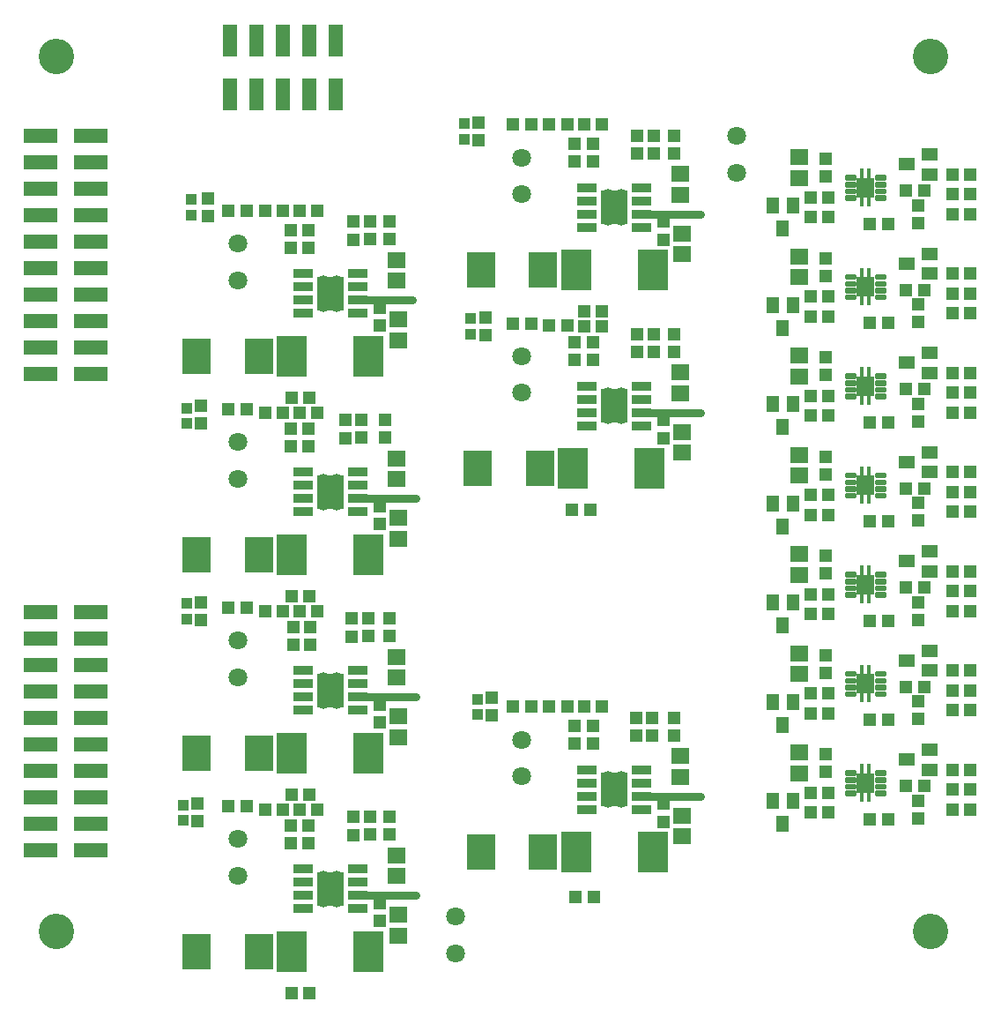
<source format=gbr>
G04 EAGLE Gerber RS-274X export*
G75*
%MOMM*%
%FSLAX34Y34*%
%LPD*%
%INSoldermask Top*%
%IPPOS*%
%AMOC8*
5,1,8,0,0,1.08239X$1,22.5*%
G01*
%ADD10C,0.762000*%
%ADD11C,3.403200*%
%ADD12R,3.251200X1.473200*%
%ADD13R,1.473200X3.124200*%
%ADD14R,1.981200X0.812800*%
%ADD15R,2.603200X3.303200*%
%ADD16C,1.011200*%
%ADD17R,1.303200X1.203200*%
%ADD18R,1.283200X1.253200*%
%ADD19R,1.803200X1.503200*%
%ADD20R,1.253200X1.283200*%
%ADD21R,1.203200X1.303200*%
%ADD22R,3.003200X4.003200*%
%ADD23C,1.803200*%
%ADD24R,2.703200X3.453200*%
%ADD25C,0.229275*%
%ADD26R,1.703200X1.953200*%
%ADD27R,0.433200X1.028200*%
%ADD28R,1.203200X1.603200*%
%ADD29R,1.603200X1.203200*%
%ADD30R,1.003200X1.003200*%


D10*
X368300Y685800D02*
X422275Y685800D01*
X425450Y495300D02*
X371475Y495300D01*
X371475Y304800D02*
X425450Y304800D01*
X425450Y114300D02*
X371475Y114300D01*
X644525Y209550D02*
X698500Y209550D01*
X698500Y577850D02*
X644525Y577850D01*
X644525Y768350D02*
X698500Y768350D01*
D11*
X80000Y920000D03*
X80000Y80000D03*
X920000Y80000D03*
X920000Y920000D03*
D12*
X64770Y843540D03*
X113030Y843540D03*
X64770Y818140D03*
X113030Y818140D03*
X64770Y792740D03*
X113030Y792740D03*
X64770Y767340D03*
X113030Y767340D03*
X64770Y741940D03*
X113030Y741940D03*
X64770Y716540D03*
X113030Y716540D03*
X64770Y691140D03*
X113030Y691140D03*
X64770Y665740D03*
X113030Y665740D03*
X64770Y640340D03*
X113030Y640340D03*
X64770Y614940D03*
X113030Y614940D03*
D13*
X348320Y883183D03*
X348320Y934618D03*
X322920Y883183D03*
X322920Y934618D03*
X297520Y883183D03*
X297520Y934618D03*
X272120Y883183D03*
X272120Y934618D03*
X246720Y883183D03*
X246720Y934618D03*
D12*
X113030Y157200D03*
X64770Y157200D03*
X113030Y182600D03*
X64770Y182600D03*
X113030Y208000D03*
X64770Y208000D03*
X113030Y233400D03*
X64770Y233400D03*
X113030Y258800D03*
X64770Y258800D03*
X113030Y284200D03*
X64770Y284200D03*
X113030Y309600D03*
X64770Y309600D03*
X113030Y335000D03*
X64770Y335000D03*
X113030Y360400D03*
X64770Y360400D03*
X113030Y385800D03*
X64770Y385800D03*
D14*
X369146Y673100D03*
X369146Y685800D03*
X369146Y698500D03*
X369146Y711200D03*
X316654Y711200D03*
X316654Y698500D03*
X316654Y685800D03*
X316654Y673100D03*
D15*
X342900Y692150D03*
D16*
X349250Y679450D03*
X336550Y679450D03*
X349250Y692150D03*
X336550Y692150D03*
X349250Y704850D03*
X336550Y704850D03*
D17*
X381000Y743975D03*
X381000Y760975D03*
X400050Y760975D03*
X400050Y743975D03*
X304800Y736038D03*
X304800Y753038D03*
X322263Y753038D03*
X322263Y736038D03*
D18*
X365125Y743725D03*
X365125Y761225D03*
D19*
X406400Y704375D03*
X406400Y724375D03*
X407988Y667225D03*
X407988Y647225D03*
D18*
X390525Y678675D03*
X390525Y661175D03*
D20*
X280175Y771525D03*
X297675Y771525D03*
X262750Y771525D03*
X245250Y771525D03*
D21*
X313763Y771525D03*
X330763Y771525D03*
D22*
X305900Y631825D03*
X379900Y631825D03*
D20*
X323075Y592138D03*
X305575Y592138D03*
D23*
X254000Y704813D03*
X254000Y739813D03*
D24*
X274475Y631825D03*
X214475Y631825D03*
D25*
X867430Y690270D02*
X875770Y690270D01*
X875770Y687230D01*
X867430Y687230D01*
X867430Y690270D01*
X867430Y689408D02*
X875770Y689408D01*
X875770Y696770D02*
X867430Y696770D01*
X875770Y696770D02*
X875770Y693730D01*
X867430Y693730D01*
X867430Y696770D01*
X867430Y695908D02*
X875770Y695908D01*
X875770Y703270D02*
X867430Y703270D01*
X875770Y703270D02*
X875770Y700230D01*
X867430Y700230D01*
X867430Y703270D01*
X867430Y702408D02*
X875770Y702408D01*
X875770Y709770D02*
X867430Y709770D01*
X875770Y709770D02*
X875770Y706730D01*
X867430Y706730D01*
X867430Y709770D01*
X867430Y708908D02*
X875770Y708908D01*
X847070Y706730D02*
X838730Y706730D01*
X838730Y709770D01*
X847070Y709770D01*
X847070Y706730D01*
X847070Y708908D02*
X838730Y708908D01*
X838730Y700230D02*
X847070Y700230D01*
X838730Y700230D02*
X838730Y703270D01*
X847070Y703270D01*
X847070Y700230D01*
X847070Y702408D02*
X838730Y702408D01*
X838730Y693730D02*
X847070Y693730D01*
X838730Y693730D02*
X838730Y696770D01*
X847070Y696770D01*
X847070Y693730D01*
X847070Y695908D02*
X838730Y695908D01*
X838730Y687230D02*
X847070Y687230D01*
X838730Y687230D02*
X838730Y690270D01*
X847070Y690270D01*
X847070Y687230D01*
X847070Y689408D02*
X838730Y689408D01*
D26*
X857250Y698500D03*
D27*
X860500Y685625D03*
X854000Y685625D03*
X860500Y711375D03*
X854000Y711375D03*
D28*
X777875Y658925D03*
X768375Y680925D03*
X787375Y680925D03*
D21*
X821300Y688975D03*
X804300Y688975D03*
D19*
X793750Y707550D03*
X793750Y727550D03*
D21*
X804300Y669925D03*
X821300Y669925D03*
D29*
X897050Y720725D03*
X919050Y730225D03*
X919050Y711225D03*
D21*
X957825Y673100D03*
X940825Y673100D03*
D20*
X940575Y711200D03*
X958075Y711200D03*
X896125Y695325D03*
X913625Y695325D03*
D17*
X908050Y681600D03*
X908050Y664600D03*
X819150Y709050D03*
X819150Y726050D03*
D21*
X957825Y692150D03*
X940825Y692150D03*
D20*
X878700Y663575D03*
X861200Y663575D03*
D14*
X642196Y565150D03*
X642196Y577850D03*
X642196Y590550D03*
X642196Y603250D03*
X589704Y603250D03*
X589704Y590550D03*
X589704Y577850D03*
X589704Y565150D03*
D15*
X615950Y584200D03*
D16*
X622300Y571500D03*
X609600Y571500D03*
X622300Y584200D03*
X609600Y584200D03*
X622300Y596900D03*
X609600Y596900D03*
D17*
X654050Y636025D03*
X654050Y653025D03*
X673100Y653025D03*
X673100Y636025D03*
X577850Y628088D03*
X577850Y645088D03*
X595313Y645088D03*
X595313Y628088D03*
D18*
X638175Y635775D03*
X638175Y653275D03*
D19*
X679450Y596425D03*
X679450Y616425D03*
X681038Y559275D03*
X681038Y539275D03*
D18*
X663575Y570725D03*
X663575Y553225D03*
D20*
X553225Y661670D03*
X570725Y661670D03*
X535800Y662940D03*
X518300Y662940D03*
D21*
X586813Y660400D03*
X603813Y660400D03*
D22*
X575775Y523875D03*
X649775Y523875D03*
D20*
X592950Y484188D03*
X575450Y484188D03*
D23*
X527050Y596863D03*
X527050Y631863D03*
D24*
X544350Y523875D03*
X484350Y523875D03*
D25*
X867430Y595020D02*
X875770Y595020D01*
X875770Y591980D01*
X867430Y591980D01*
X867430Y595020D01*
X867430Y594158D02*
X875770Y594158D01*
X875770Y601520D02*
X867430Y601520D01*
X875770Y601520D02*
X875770Y598480D01*
X867430Y598480D01*
X867430Y601520D01*
X867430Y600658D02*
X875770Y600658D01*
X875770Y608020D02*
X867430Y608020D01*
X875770Y608020D02*
X875770Y604980D01*
X867430Y604980D01*
X867430Y608020D01*
X867430Y607158D02*
X875770Y607158D01*
X875770Y614520D02*
X867430Y614520D01*
X875770Y614520D02*
X875770Y611480D01*
X867430Y611480D01*
X867430Y614520D01*
X867430Y613658D02*
X875770Y613658D01*
X847070Y611480D02*
X838730Y611480D01*
X838730Y614520D01*
X847070Y614520D01*
X847070Y611480D01*
X847070Y613658D02*
X838730Y613658D01*
X838730Y604980D02*
X847070Y604980D01*
X838730Y604980D02*
X838730Y608020D01*
X847070Y608020D01*
X847070Y604980D01*
X847070Y607158D02*
X838730Y607158D01*
X838730Y598480D02*
X847070Y598480D01*
X838730Y598480D02*
X838730Y601520D01*
X847070Y601520D01*
X847070Y598480D01*
X847070Y600658D02*
X838730Y600658D01*
X838730Y591980D02*
X847070Y591980D01*
X838730Y591980D02*
X838730Y595020D01*
X847070Y595020D01*
X847070Y591980D01*
X847070Y594158D02*
X838730Y594158D01*
D26*
X857250Y603250D03*
D27*
X860500Y590375D03*
X854000Y590375D03*
X860500Y616125D03*
X854000Y616125D03*
D28*
X777875Y563675D03*
X768375Y585675D03*
X787375Y585675D03*
D21*
X821300Y593725D03*
X804300Y593725D03*
D19*
X793750Y612300D03*
X793750Y632300D03*
D21*
X804300Y574675D03*
X821300Y574675D03*
D29*
X897050Y625475D03*
X919050Y634975D03*
X919050Y615975D03*
D21*
X957825Y577850D03*
X940825Y577850D03*
D20*
X940575Y615950D03*
X958075Y615950D03*
X896125Y600075D03*
X913625Y600075D03*
D17*
X908050Y586350D03*
X908050Y569350D03*
X819150Y613800D03*
X819150Y630800D03*
D21*
X957825Y596900D03*
X940825Y596900D03*
D20*
X878700Y568325D03*
X861200Y568325D03*
D14*
X369146Y482600D03*
X369146Y495300D03*
X369146Y508000D03*
X369146Y520700D03*
X316654Y520700D03*
X316654Y508000D03*
X316654Y495300D03*
X316654Y482600D03*
D15*
X342900Y501650D03*
D16*
X349250Y488950D03*
X336550Y488950D03*
X349250Y501650D03*
X336550Y501650D03*
X349250Y514350D03*
X336550Y514350D03*
D17*
X373063Y553475D03*
X373063Y570475D03*
X395288Y570475D03*
X395288Y553475D03*
X304800Y545538D03*
X304800Y562538D03*
X322263Y562538D03*
X322263Y545538D03*
D18*
X357188Y553225D03*
X357188Y570725D03*
D19*
X406400Y513875D03*
X406400Y533875D03*
X407988Y476725D03*
X407988Y456725D03*
D18*
X390525Y488175D03*
X390525Y470675D03*
D20*
X280175Y577850D03*
X297675Y577850D03*
X262750Y581025D03*
X245250Y581025D03*
D21*
X313763Y577850D03*
X330763Y577850D03*
D22*
X305900Y441325D03*
X379900Y441325D03*
D20*
X323075Y401638D03*
X305575Y401638D03*
D23*
X254000Y514313D03*
X254000Y549313D03*
D24*
X274475Y441325D03*
X214475Y441325D03*
D25*
X867430Y499770D02*
X875770Y499770D01*
X875770Y496730D01*
X867430Y496730D01*
X867430Y499770D01*
X867430Y498908D02*
X875770Y498908D01*
X875770Y506270D02*
X867430Y506270D01*
X875770Y506270D02*
X875770Y503230D01*
X867430Y503230D01*
X867430Y506270D01*
X867430Y505408D02*
X875770Y505408D01*
X875770Y512770D02*
X867430Y512770D01*
X875770Y512770D02*
X875770Y509730D01*
X867430Y509730D01*
X867430Y512770D01*
X867430Y511908D02*
X875770Y511908D01*
X875770Y519270D02*
X867430Y519270D01*
X875770Y519270D02*
X875770Y516230D01*
X867430Y516230D01*
X867430Y519270D01*
X867430Y518408D02*
X875770Y518408D01*
X847070Y516230D02*
X838730Y516230D01*
X838730Y519270D01*
X847070Y519270D01*
X847070Y516230D01*
X847070Y518408D02*
X838730Y518408D01*
X838730Y509730D02*
X847070Y509730D01*
X838730Y509730D02*
X838730Y512770D01*
X847070Y512770D01*
X847070Y509730D01*
X847070Y511908D02*
X838730Y511908D01*
X838730Y503230D02*
X847070Y503230D01*
X838730Y503230D02*
X838730Y506270D01*
X847070Y506270D01*
X847070Y503230D01*
X847070Y505408D02*
X838730Y505408D01*
X838730Y496730D02*
X847070Y496730D01*
X838730Y496730D02*
X838730Y499770D01*
X847070Y499770D01*
X847070Y496730D01*
X847070Y498908D02*
X838730Y498908D01*
D26*
X857250Y508000D03*
D27*
X860500Y495125D03*
X854000Y495125D03*
X860500Y520875D03*
X854000Y520875D03*
D28*
X777875Y468425D03*
X768375Y490425D03*
X787375Y490425D03*
D21*
X821300Y498475D03*
X804300Y498475D03*
D19*
X793750Y517050D03*
X793750Y537050D03*
D21*
X804300Y479425D03*
X821300Y479425D03*
D29*
X897050Y530225D03*
X919050Y539725D03*
X919050Y520725D03*
D21*
X957825Y482600D03*
X940825Y482600D03*
D20*
X940575Y520700D03*
X958075Y520700D03*
X896125Y504825D03*
X913625Y504825D03*
D17*
X908050Y491100D03*
X908050Y474100D03*
X819150Y518550D03*
X819150Y535550D03*
D21*
X957825Y501650D03*
X940825Y501650D03*
D20*
X878700Y473075D03*
X861200Y473075D03*
D14*
X369146Y292100D03*
X369146Y304800D03*
X369146Y317500D03*
X369146Y330200D03*
X316654Y330200D03*
X316654Y317500D03*
X316654Y304800D03*
X316654Y292100D03*
D15*
X342900Y311150D03*
D16*
X349250Y298450D03*
X336550Y298450D03*
X349250Y311150D03*
X336550Y311150D03*
X349250Y323850D03*
X336550Y323850D03*
D17*
X379413Y362975D03*
X379413Y379975D03*
X400050Y379975D03*
X400050Y362975D03*
X307975Y355038D03*
X307975Y372038D03*
X323850Y372038D03*
X323850Y355038D03*
D18*
X363538Y362725D03*
X363538Y380225D03*
D19*
X406400Y323375D03*
X406400Y343375D03*
X407988Y286225D03*
X407988Y266225D03*
D18*
X390525Y297675D03*
X390525Y280175D03*
D20*
X280175Y387350D03*
X297675Y387350D03*
X262750Y390525D03*
X245250Y390525D03*
D21*
X313763Y387350D03*
X330763Y387350D03*
D22*
X305900Y250825D03*
X379900Y250825D03*
D20*
X323075Y211138D03*
X305575Y211138D03*
D23*
X254000Y323813D03*
X254000Y358813D03*
D24*
X274475Y250825D03*
X214475Y250825D03*
D25*
X867430Y404520D02*
X875770Y404520D01*
X875770Y401480D01*
X867430Y401480D01*
X867430Y404520D01*
X867430Y403658D02*
X875770Y403658D01*
X875770Y411020D02*
X867430Y411020D01*
X875770Y411020D02*
X875770Y407980D01*
X867430Y407980D01*
X867430Y411020D01*
X867430Y410158D02*
X875770Y410158D01*
X875770Y417520D02*
X867430Y417520D01*
X875770Y417520D02*
X875770Y414480D01*
X867430Y414480D01*
X867430Y417520D01*
X867430Y416658D02*
X875770Y416658D01*
X875770Y424020D02*
X867430Y424020D01*
X875770Y424020D02*
X875770Y420980D01*
X867430Y420980D01*
X867430Y424020D01*
X867430Y423158D02*
X875770Y423158D01*
X847070Y420980D02*
X838730Y420980D01*
X838730Y424020D01*
X847070Y424020D01*
X847070Y420980D01*
X847070Y423158D02*
X838730Y423158D01*
X838730Y414480D02*
X847070Y414480D01*
X838730Y414480D02*
X838730Y417520D01*
X847070Y417520D01*
X847070Y414480D01*
X847070Y416658D02*
X838730Y416658D01*
X838730Y407980D02*
X847070Y407980D01*
X838730Y407980D02*
X838730Y411020D01*
X847070Y411020D01*
X847070Y407980D01*
X847070Y410158D02*
X838730Y410158D01*
X838730Y401480D02*
X847070Y401480D01*
X838730Y401480D02*
X838730Y404520D01*
X847070Y404520D01*
X847070Y401480D01*
X847070Y403658D02*
X838730Y403658D01*
D26*
X857250Y412750D03*
D27*
X860500Y399875D03*
X854000Y399875D03*
X860500Y425625D03*
X854000Y425625D03*
D28*
X777875Y373175D03*
X768375Y395175D03*
X787375Y395175D03*
D21*
X821300Y403225D03*
X804300Y403225D03*
D19*
X793750Y421800D03*
X793750Y441800D03*
D21*
X804300Y384175D03*
X821300Y384175D03*
D29*
X897050Y434975D03*
X919050Y444475D03*
X919050Y425475D03*
D21*
X957825Y387350D03*
X940825Y387350D03*
D20*
X940575Y425450D03*
X958075Y425450D03*
X896125Y409575D03*
X913625Y409575D03*
D17*
X908050Y395850D03*
X908050Y378850D03*
X819150Y423300D03*
X819150Y440300D03*
D21*
X957825Y406400D03*
X940825Y406400D03*
D20*
X878700Y377825D03*
X861200Y377825D03*
D14*
X369146Y101600D03*
X369146Y114300D03*
X369146Y127000D03*
X369146Y139700D03*
X316654Y139700D03*
X316654Y127000D03*
X316654Y114300D03*
X316654Y101600D03*
D15*
X342900Y120650D03*
D16*
X349250Y107950D03*
X336550Y107950D03*
X349250Y120650D03*
X336550Y120650D03*
X349250Y133350D03*
X336550Y133350D03*
D17*
X381000Y172475D03*
X381000Y189475D03*
X400050Y189475D03*
X400050Y172475D03*
X304800Y164538D03*
X304800Y181538D03*
X322263Y181538D03*
X322263Y164538D03*
D18*
X365125Y172225D03*
X365125Y189725D03*
D19*
X406400Y132875D03*
X406400Y152875D03*
X407988Y95725D03*
X407988Y75725D03*
D18*
X390525Y107175D03*
X390525Y89675D03*
D20*
X280175Y196850D03*
X297675Y196850D03*
X262750Y200025D03*
X245250Y200025D03*
D21*
X313763Y196850D03*
X330763Y196850D03*
D22*
X305900Y60325D03*
X379900Y60325D03*
D20*
X323075Y20638D03*
X305575Y20638D03*
D23*
X254000Y133313D03*
X254000Y168313D03*
D24*
X274475Y60325D03*
X214475Y60325D03*
D25*
X867430Y214020D02*
X875770Y214020D01*
X875770Y210980D01*
X867430Y210980D01*
X867430Y214020D01*
X867430Y213158D02*
X875770Y213158D01*
X875770Y220520D02*
X867430Y220520D01*
X875770Y220520D02*
X875770Y217480D01*
X867430Y217480D01*
X867430Y220520D01*
X867430Y219658D02*
X875770Y219658D01*
X875770Y227020D02*
X867430Y227020D01*
X875770Y227020D02*
X875770Y223980D01*
X867430Y223980D01*
X867430Y227020D01*
X867430Y226158D02*
X875770Y226158D01*
X875770Y233520D02*
X867430Y233520D01*
X875770Y233520D02*
X875770Y230480D01*
X867430Y230480D01*
X867430Y233520D01*
X867430Y232658D02*
X875770Y232658D01*
X847070Y230480D02*
X838730Y230480D01*
X838730Y233520D01*
X847070Y233520D01*
X847070Y230480D01*
X847070Y232658D02*
X838730Y232658D01*
X838730Y223980D02*
X847070Y223980D01*
X838730Y223980D02*
X838730Y227020D01*
X847070Y227020D01*
X847070Y223980D01*
X847070Y226158D02*
X838730Y226158D01*
X838730Y217480D02*
X847070Y217480D01*
X838730Y217480D02*
X838730Y220520D01*
X847070Y220520D01*
X847070Y217480D01*
X847070Y219658D02*
X838730Y219658D01*
X838730Y210980D02*
X847070Y210980D01*
X838730Y210980D02*
X838730Y214020D01*
X847070Y214020D01*
X847070Y210980D01*
X847070Y213158D02*
X838730Y213158D01*
D26*
X857250Y222250D03*
D27*
X860500Y209375D03*
X854000Y209375D03*
X860500Y235125D03*
X854000Y235125D03*
D28*
X777875Y182675D03*
X768375Y204675D03*
X787375Y204675D03*
D21*
X821300Y212725D03*
X804300Y212725D03*
D19*
X793750Y231300D03*
X793750Y251300D03*
D21*
X804300Y193675D03*
X821300Y193675D03*
D29*
X897050Y244475D03*
X919050Y253975D03*
X919050Y234975D03*
D21*
X957825Y196850D03*
X940825Y196850D03*
D20*
X940575Y234950D03*
X958075Y234950D03*
X896125Y219075D03*
X913625Y219075D03*
D17*
X908050Y205350D03*
X908050Y188350D03*
X819150Y232800D03*
X819150Y249800D03*
D21*
X957825Y215900D03*
X940825Y215900D03*
D20*
X878700Y187325D03*
X861200Y187325D03*
D14*
X642196Y755650D03*
X642196Y768350D03*
X642196Y781050D03*
X642196Y793750D03*
X589704Y793750D03*
X589704Y781050D03*
X589704Y768350D03*
X589704Y755650D03*
D15*
X615950Y774700D03*
D16*
X622300Y762000D03*
X609600Y762000D03*
X622300Y774700D03*
X609600Y774700D03*
X622300Y787400D03*
X609600Y787400D03*
D17*
X654050Y826525D03*
X654050Y843525D03*
X673100Y843525D03*
X673100Y826525D03*
X577850Y818588D03*
X577850Y835588D03*
X595313Y835588D03*
X595313Y818588D03*
D18*
X638175Y826275D03*
X638175Y843775D03*
D19*
X679450Y786925D03*
X679450Y806925D03*
X681038Y749775D03*
X681038Y729775D03*
D18*
X663575Y761225D03*
X663575Y743725D03*
D20*
X553225Y854075D03*
X570725Y854075D03*
X535800Y854075D03*
X518300Y854075D03*
D21*
X586813Y854075D03*
X603813Y854075D03*
D22*
X578950Y714375D03*
X652950Y714375D03*
D20*
X604063Y674688D03*
X586563Y674688D03*
D23*
X527050Y787363D03*
X527050Y822363D03*
D24*
X547525Y714375D03*
X487525Y714375D03*
D25*
X867430Y785520D02*
X875770Y785520D01*
X875770Y782480D01*
X867430Y782480D01*
X867430Y785520D01*
X867430Y784658D02*
X875770Y784658D01*
X875770Y792020D02*
X867430Y792020D01*
X875770Y792020D02*
X875770Y788980D01*
X867430Y788980D01*
X867430Y792020D01*
X867430Y791158D02*
X875770Y791158D01*
X875770Y798520D02*
X867430Y798520D01*
X875770Y798520D02*
X875770Y795480D01*
X867430Y795480D01*
X867430Y798520D01*
X867430Y797658D02*
X875770Y797658D01*
X875770Y805020D02*
X867430Y805020D01*
X875770Y805020D02*
X875770Y801980D01*
X867430Y801980D01*
X867430Y805020D01*
X867430Y804158D02*
X875770Y804158D01*
X847070Y801980D02*
X838730Y801980D01*
X838730Y805020D01*
X847070Y805020D01*
X847070Y801980D01*
X847070Y804158D02*
X838730Y804158D01*
X838730Y795480D02*
X847070Y795480D01*
X838730Y795480D02*
X838730Y798520D01*
X847070Y798520D01*
X847070Y795480D01*
X847070Y797658D02*
X838730Y797658D01*
X838730Y788980D02*
X847070Y788980D01*
X838730Y788980D02*
X838730Y792020D01*
X847070Y792020D01*
X847070Y788980D01*
X847070Y791158D02*
X838730Y791158D01*
X838730Y782480D02*
X847070Y782480D01*
X838730Y782480D02*
X838730Y785520D01*
X847070Y785520D01*
X847070Y782480D01*
X847070Y784658D02*
X838730Y784658D01*
D26*
X857250Y793750D03*
D27*
X860500Y780875D03*
X854000Y780875D03*
X860500Y806625D03*
X854000Y806625D03*
D28*
X777875Y754175D03*
X768375Y776175D03*
X787375Y776175D03*
D21*
X821300Y784225D03*
X804300Y784225D03*
D19*
X793750Y802800D03*
X793750Y822800D03*
D21*
X804300Y765175D03*
X821300Y765175D03*
D29*
X897050Y815975D03*
X919050Y825475D03*
X919050Y806475D03*
D21*
X957825Y768350D03*
X940825Y768350D03*
D20*
X940575Y806450D03*
X958075Y806450D03*
X896125Y790575D03*
X913625Y790575D03*
D17*
X908050Y776850D03*
X908050Y759850D03*
X819150Y804300D03*
X819150Y821300D03*
D21*
X957825Y787400D03*
X940825Y787400D03*
D20*
X878700Y758825D03*
X861200Y758825D03*
D14*
X642196Y196850D03*
X642196Y209550D03*
X642196Y222250D03*
X642196Y234950D03*
X589704Y234950D03*
X589704Y222250D03*
X589704Y209550D03*
X589704Y196850D03*
D15*
X615950Y215900D03*
D16*
X622300Y203200D03*
X609600Y203200D03*
X622300Y215900D03*
X609600Y215900D03*
X622300Y228600D03*
X609600Y228600D03*
D17*
X652463Y267725D03*
X652463Y284725D03*
X673100Y284725D03*
X673100Y267725D03*
X577850Y259788D03*
X577850Y276788D03*
X595313Y276788D03*
X595313Y259788D03*
D18*
X636588Y267475D03*
X636588Y284975D03*
D19*
X679450Y228125D03*
X679450Y248125D03*
X681038Y190975D03*
X681038Y170975D03*
D18*
X663575Y202425D03*
X663575Y184925D03*
D20*
X553225Y295275D03*
X570725Y295275D03*
X535800Y295275D03*
X518300Y295275D03*
D21*
X586813Y295275D03*
X603813Y295275D03*
D22*
X578950Y155575D03*
X652950Y155575D03*
D20*
X596125Y112713D03*
X578625Y112713D03*
D23*
X527050Y228563D03*
X527050Y263563D03*
D24*
X547525Y155575D03*
X487525Y155575D03*
D25*
X867430Y309270D02*
X875770Y309270D01*
X875770Y306230D01*
X867430Y306230D01*
X867430Y309270D01*
X867430Y308408D02*
X875770Y308408D01*
X875770Y315770D02*
X867430Y315770D01*
X875770Y315770D02*
X875770Y312730D01*
X867430Y312730D01*
X867430Y315770D01*
X867430Y314908D02*
X875770Y314908D01*
X875770Y322270D02*
X867430Y322270D01*
X875770Y322270D02*
X875770Y319230D01*
X867430Y319230D01*
X867430Y322270D01*
X867430Y321408D02*
X875770Y321408D01*
X875770Y328770D02*
X867430Y328770D01*
X875770Y328770D02*
X875770Y325730D01*
X867430Y325730D01*
X867430Y328770D01*
X867430Y327908D02*
X875770Y327908D01*
X847070Y325730D02*
X838730Y325730D01*
X838730Y328770D01*
X847070Y328770D01*
X847070Y325730D01*
X847070Y327908D02*
X838730Y327908D01*
X838730Y319230D02*
X847070Y319230D01*
X838730Y319230D02*
X838730Y322270D01*
X847070Y322270D01*
X847070Y319230D01*
X847070Y321408D02*
X838730Y321408D01*
X838730Y312730D02*
X847070Y312730D01*
X838730Y312730D02*
X838730Y315770D01*
X847070Y315770D01*
X847070Y312730D01*
X847070Y314908D02*
X838730Y314908D01*
X838730Y306230D02*
X847070Y306230D01*
X838730Y306230D02*
X838730Y309270D01*
X847070Y309270D01*
X847070Y306230D01*
X847070Y308408D02*
X838730Y308408D01*
D26*
X857250Y317500D03*
D27*
X860500Y304625D03*
X854000Y304625D03*
X860500Y330375D03*
X854000Y330375D03*
D28*
X777875Y277925D03*
X768375Y299925D03*
X787375Y299925D03*
D21*
X821300Y307975D03*
X804300Y307975D03*
D19*
X793750Y326550D03*
X793750Y346550D03*
D21*
X804300Y288925D03*
X821300Y288925D03*
D29*
X897050Y339725D03*
X919050Y349225D03*
X919050Y330225D03*
D21*
X957825Y292100D03*
X940825Y292100D03*
D20*
X940575Y330200D03*
X958075Y330200D03*
X896125Y314325D03*
X913625Y314325D03*
D17*
X908050Y300600D03*
X908050Y283600D03*
X819150Y328050D03*
X819150Y345050D03*
D21*
X957825Y311150D03*
X940825Y311150D03*
D20*
X878700Y282575D03*
X861200Y282575D03*
D23*
X463550Y93700D03*
X463550Y58700D03*
X733425Y808000D03*
X733425Y843000D03*
D30*
X209550Y767200D03*
X209550Y782200D03*
X204788Y567175D03*
X204788Y582175D03*
X204788Y379850D03*
X204788Y394850D03*
X477838Y652900D03*
X477838Y667900D03*
X201613Y186175D03*
X201613Y201175D03*
X471488Y840225D03*
X471488Y855225D03*
X484188Y287775D03*
X484188Y302775D03*
D17*
X498475Y303775D03*
X498475Y286775D03*
X225425Y783200D03*
X225425Y766200D03*
X492125Y668900D03*
X492125Y651900D03*
X215265Y202175D03*
X215265Y185175D03*
X485775Y856225D03*
X485775Y839225D03*
X219075Y395850D03*
X219075Y378850D03*
X219075Y584445D03*
X219075Y567445D03*
M02*

</source>
